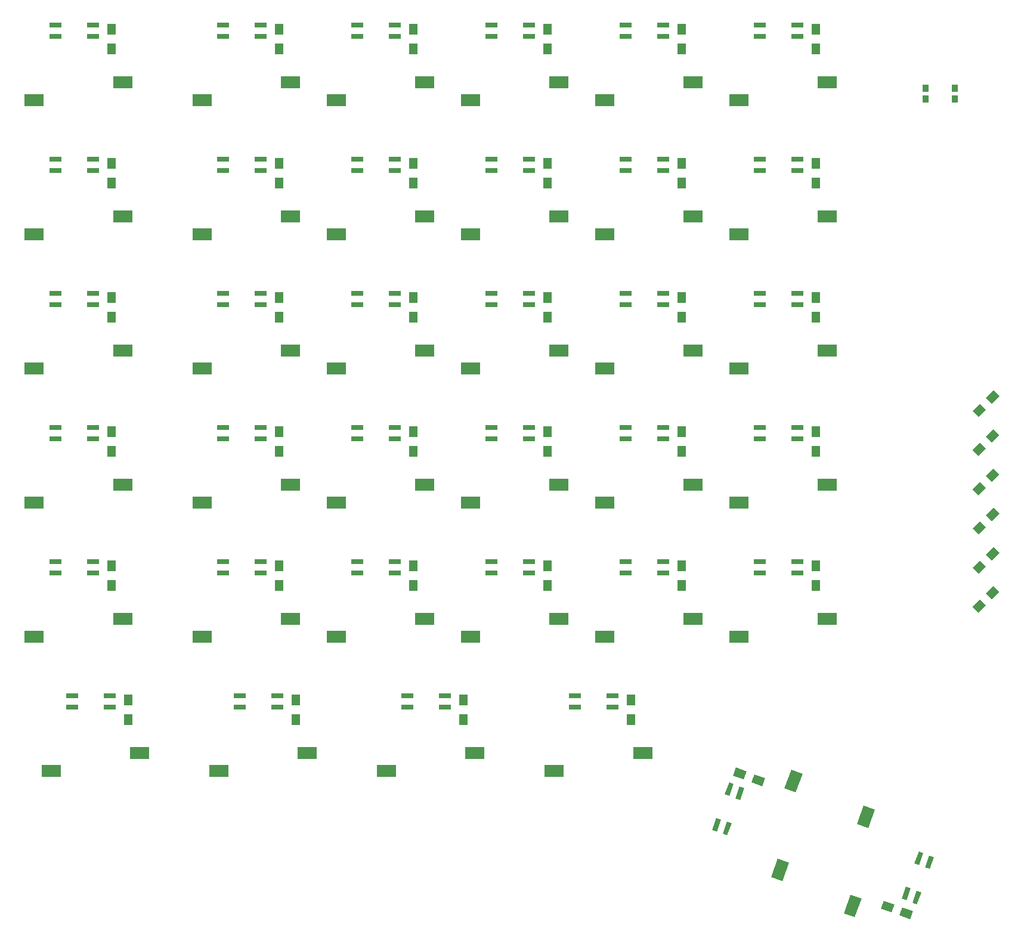
<source format=gbr>
G04 #@! TF.GenerationSoftware,KiCad,Pcbnew,(5.1.6)-1*
G04 #@! TF.CreationDate,2020-09-20T11:30:11-07:00*
G04 #@! TF.ProjectId,ortho_half,6f727468-6f5f-4686-916c-662e6b696361,rev?*
G04 #@! TF.SameCoordinates,Original*
G04 #@! TF.FileFunction,Paste,Bot*
G04 #@! TF.FilePolarity,Positive*
%FSLAX46Y46*%
G04 Gerber Fmt 4.6, Leading zero omitted, Abs format (unit mm)*
G04 Created by KiCad (PCBNEW (5.1.6)-1) date 2020-09-20 11:30:11*
%MOMM*%
%LPD*%
G01*
G04 APERTURE LIST*
%ADD10C,0.100000*%
%ADD11R,0.900000X1.000000*%
%ADD12R,1.200000X1.600000*%
%ADD13R,2.800000X1.700000*%
%ADD14R,1.800000X0.700000*%
G04 APERTURE END LIST*
D10*
G36*
X139033126Y-137530312D02*
G01*
X138375341Y-137290898D01*
X138990978Y-135599452D01*
X139648763Y-135838866D01*
X139033126Y-137530312D01*
G37*
G36*
X137208791Y-142542633D02*
G01*
X136551006Y-142303219D01*
X137166643Y-140611773D01*
X137824428Y-140851187D01*
X137208791Y-142542633D01*
G37*
G36*
X140536634Y-138077545D02*
G01*
X139878849Y-137838131D01*
X140494486Y-136146685D01*
X141152271Y-136386099D01*
X140536634Y-138077545D01*
G37*
G36*
X138712299Y-143089865D02*
G01*
X138054514Y-142850451D01*
X138670151Y-141159005D01*
X139327936Y-141398419D01*
X138712299Y-143089865D01*
G37*
G36*
X131816380Y-132271920D02*
G01*
X130218902Y-131690486D01*
X131176558Y-129059346D01*
X132774036Y-129640780D01*
X131816380Y-132271920D01*
G37*
G36*
X129910847Y-144933794D02*
G01*
X128313369Y-144352360D01*
X129271025Y-141721220D01*
X130868503Y-142302654D01*
X129910847Y-144933794D01*
G37*
G36*
X136228421Y-144666504D02*
G01*
X136638845Y-143538873D01*
X138142353Y-144086106D01*
X137731929Y-145213737D01*
X136228421Y-144666504D01*
G37*
G36*
X133597281Y-143708848D02*
G01*
X134007705Y-142581217D01*
X135511213Y-143128450D01*
X135100789Y-144256081D01*
X133597281Y-143708848D01*
G37*
G36*
X111747958Y-131360128D02*
G01*
X112405743Y-131599542D01*
X111790106Y-133290988D01*
X111132321Y-133051574D01*
X111747958Y-131360128D01*
G37*
G36*
X113572293Y-126347807D02*
G01*
X114230078Y-126587221D01*
X113614441Y-128278667D01*
X112956656Y-128039253D01*
X113572293Y-126347807D01*
G37*
G36*
X110244450Y-130812895D02*
G01*
X110902235Y-131052309D01*
X110286598Y-132743755D01*
X109628813Y-132504341D01*
X110244450Y-130812895D01*
G37*
G36*
X112068785Y-125800575D02*
G01*
X112726570Y-126039989D01*
X112110933Y-127731435D01*
X111453148Y-127492021D01*
X112068785Y-125800575D01*
G37*
G36*
X118964704Y-136618520D02*
G01*
X120562182Y-137199954D01*
X119604526Y-139831094D01*
X118007048Y-139249660D01*
X118964704Y-136618520D01*
G37*
G36*
X120870237Y-123956646D02*
G01*
X122467715Y-124538080D01*
X121510059Y-127169220D01*
X119912581Y-126587786D01*
X120870237Y-123956646D01*
G37*
G36*
X114552663Y-124223936D02*
G01*
X114142239Y-125351567D01*
X112638731Y-124804334D01*
X113049155Y-123676703D01*
X114552663Y-124223936D01*
G37*
G36*
X117183803Y-125181592D02*
G01*
X116773379Y-126309223D01*
X115269871Y-125761990D01*
X115680295Y-124634359D01*
X117183803Y-125181592D01*
G37*
D11*
X144061400Y-27165400D03*
X144061400Y-28765400D03*
X139961400Y-27165400D03*
X139961400Y-28765400D03*
D12*
X98166593Y-116907340D03*
X98166593Y-114107340D03*
D13*
X99778500Y-121602500D03*
X87228500Y-124142500D03*
D14*
X95535500Y-113462500D03*
X90201500Y-113462500D03*
X95535500Y-115062500D03*
X90201500Y-115062500D03*
D12*
X74354093Y-116907340D03*
X74354093Y-114107340D03*
D13*
X75966000Y-121602500D03*
X63416000Y-124142500D03*
D14*
X71723000Y-113462500D03*
X66389000Y-113462500D03*
X71723000Y-115062500D03*
X66389000Y-115062500D03*
D12*
X50541593Y-116907340D03*
X50541593Y-114107340D03*
D13*
X52153500Y-121602500D03*
X39603500Y-124142500D03*
D14*
X47910500Y-113462500D03*
X42576500Y-113462500D03*
X47910500Y-115062500D03*
X42576500Y-115062500D03*
D12*
X26729093Y-116907340D03*
X26729093Y-114107340D03*
D13*
X28341000Y-121602500D03*
X15791000Y-124142500D03*
D14*
X24098000Y-113462500D03*
X18764000Y-113462500D03*
X24098000Y-115062500D03*
X18764000Y-115062500D03*
D12*
X124360593Y-97857340D03*
X124360593Y-95057340D03*
D13*
X125972500Y-102552500D03*
X113422500Y-105092500D03*
D14*
X121729500Y-94412500D03*
X116395500Y-94412500D03*
X121729500Y-96012500D03*
X116395500Y-96012500D03*
D12*
X105310593Y-97857340D03*
X105310593Y-95057340D03*
D13*
X106922500Y-102552500D03*
X94372500Y-105092500D03*
D14*
X102679500Y-94412500D03*
X97345500Y-94412500D03*
X102679500Y-96012500D03*
X97345500Y-96012500D03*
D12*
X86260593Y-97857340D03*
X86260593Y-95057340D03*
D13*
X87872500Y-102552500D03*
X75322500Y-105092500D03*
D14*
X83629500Y-94412500D03*
X78295500Y-94412500D03*
X83629500Y-96012500D03*
X78295500Y-96012500D03*
D12*
X67210593Y-97857340D03*
X67210593Y-95057340D03*
D13*
X68822500Y-102552500D03*
X56272500Y-105092500D03*
D14*
X64579500Y-94412500D03*
X59245500Y-94412500D03*
X64579500Y-96012500D03*
X59245500Y-96012500D03*
D12*
X48160593Y-97857340D03*
X48160593Y-95057340D03*
D13*
X49772500Y-102552500D03*
X37222500Y-105092500D03*
D14*
X45529500Y-94412500D03*
X40195500Y-94412500D03*
X45529500Y-96012500D03*
X40195500Y-96012500D03*
X16383500Y-96012500D03*
X21717500Y-96012500D03*
X16383500Y-94412500D03*
X21717500Y-94412500D03*
D13*
X13410500Y-105092500D03*
X25960500Y-102552500D03*
D12*
X24348593Y-95057340D03*
X24348593Y-97857340D03*
X124360593Y-78807340D03*
X124360593Y-76007340D03*
D13*
X125972500Y-83502500D03*
X113422500Y-86042500D03*
D14*
X121729500Y-75362500D03*
X116395500Y-75362500D03*
X121729500Y-76962500D03*
X116395500Y-76962500D03*
D12*
X105310593Y-78807340D03*
X105310593Y-76007340D03*
D13*
X106922500Y-83502500D03*
X94372500Y-86042500D03*
D14*
X102679500Y-75362500D03*
X97345500Y-75362500D03*
X102679500Y-76962500D03*
X97345500Y-76962500D03*
D12*
X86260593Y-78807340D03*
X86260593Y-76007340D03*
D13*
X87872500Y-83502500D03*
X75322500Y-86042500D03*
D14*
X83629500Y-75362500D03*
X78295500Y-75362500D03*
X83629500Y-76962500D03*
X78295500Y-76962500D03*
D12*
X67210593Y-78807340D03*
X67210593Y-76007340D03*
D13*
X68822500Y-83502500D03*
X56272500Y-86042500D03*
D14*
X64579500Y-75362500D03*
X59245500Y-75362500D03*
X64579500Y-76962500D03*
X59245500Y-76962500D03*
D12*
X48160593Y-78807340D03*
X48160593Y-76007340D03*
D13*
X49772500Y-83502500D03*
X37222500Y-86042500D03*
D14*
X45529500Y-75362500D03*
X40195500Y-75362500D03*
X45529500Y-76962500D03*
X40195500Y-76962500D03*
X16383500Y-76962500D03*
X21717500Y-76962500D03*
X16383500Y-75362500D03*
X21717500Y-75362500D03*
D13*
X13410500Y-86042500D03*
X25960500Y-83502500D03*
D12*
X24348593Y-76007340D03*
X24348593Y-78807340D03*
X124360593Y-59757340D03*
X124360593Y-56957340D03*
D13*
X125972500Y-64452500D03*
X113422500Y-66992500D03*
D14*
X121729500Y-56312500D03*
X116395500Y-56312500D03*
X121729500Y-57912500D03*
X116395500Y-57912500D03*
D12*
X105310593Y-59757340D03*
X105310593Y-56957340D03*
D13*
X106922500Y-64452500D03*
X94372500Y-66992500D03*
D14*
X102679500Y-56312500D03*
X97345500Y-56312500D03*
X102679500Y-57912500D03*
X97345500Y-57912500D03*
D12*
X86260593Y-59757340D03*
X86260593Y-56957340D03*
D13*
X87872500Y-64452500D03*
X75322500Y-66992500D03*
D14*
X83629500Y-56312500D03*
X78295500Y-56312500D03*
X83629500Y-57912500D03*
X78295500Y-57912500D03*
D12*
X67210593Y-59757340D03*
X67210593Y-56957340D03*
D13*
X68822500Y-64452500D03*
X56272500Y-66992500D03*
D14*
X64579500Y-56312500D03*
X59245500Y-56312500D03*
X64579500Y-57912500D03*
X59245500Y-57912500D03*
D12*
X48160593Y-59757340D03*
X48160593Y-56957340D03*
D13*
X49772500Y-64452500D03*
X37222500Y-66992500D03*
D14*
X45529500Y-56312500D03*
X40195500Y-56312500D03*
X45529500Y-57912500D03*
X40195500Y-57912500D03*
X16383500Y-57912500D03*
X21717500Y-57912500D03*
X16383500Y-56312500D03*
X21717500Y-56312500D03*
D13*
X13410500Y-66992500D03*
X25960500Y-64452500D03*
D12*
X24348593Y-56957340D03*
X24348593Y-59757340D03*
X124360593Y-40707340D03*
X124360593Y-37907340D03*
D13*
X125972500Y-45402500D03*
X113422500Y-47942500D03*
D14*
X121729500Y-37262500D03*
X116395500Y-37262500D03*
X121729500Y-38862500D03*
X116395500Y-38862500D03*
D12*
X105310593Y-40707340D03*
X105310593Y-37907340D03*
D13*
X106922500Y-45402500D03*
X94372500Y-47942500D03*
D14*
X102679500Y-37262500D03*
X97345500Y-37262500D03*
X102679500Y-38862500D03*
X97345500Y-38862500D03*
D12*
X86260593Y-40707340D03*
X86260593Y-37907340D03*
D13*
X87872500Y-45402500D03*
X75322500Y-47942500D03*
D14*
X83629500Y-37262500D03*
X78295500Y-37262500D03*
X83629500Y-38862500D03*
X78295500Y-38862500D03*
D12*
X67210593Y-40707340D03*
X67210593Y-37907340D03*
D13*
X68822500Y-45402500D03*
X56272500Y-47942500D03*
D14*
X64579500Y-37262500D03*
X59245500Y-37262500D03*
X64579500Y-38862500D03*
X59245500Y-38862500D03*
D12*
X48160593Y-40707340D03*
X48160593Y-37907340D03*
D13*
X49772500Y-45402500D03*
X37222500Y-47942500D03*
D14*
X45529500Y-37262500D03*
X40195500Y-37262500D03*
X45529500Y-38862500D03*
X40195500Y-38862500D03*
X16383500Y-38862500D03*
X21717500Y-38862500D03*
X16383500Y-37262500D03*
X21717500Y-37262500D03*
D13*
X13410500Y-47942500D03*
X25960500Y-45402500D03*
D12*
X24348593Y-37907340D03*
X24348593Y-40707340D03*
X124360593Y-21657340D03*
X124360593Y-18857340D03*
D13*
X125972500Y-26352500D03*
X113422500Y-28892500D03*
D14*
X121729500Y-18212500D03*
X116395500Y-18212500D03*
X121729500Y-19812500D03*
X116395500Y-19812500D03*
D12*
X105310593Y-21657340D03*
X105310593Y-18857340D03*
D13*
X106922500Y-26352500D03*
X94372500Y-28892500D03*
D14*
X102679500Y-18212500D03*
X97345500Y-18212500D03*
X102679500Y-19812500D03*
X97345500Y-19812500D03*
D12*
X86260593Y-21657340D03*
X86260593Y-18857340D03*
D13*
X87872500Y-26352500D03*
X75322500Y-28892500D03*
D14*
X83629500Y-18212500D03*
X78295500Y-18212500D03*
X83629500Y-19812500D03*
X78295500Y-19812500D03*
D12*
X67210593Y-21657340D03*
X67210593Y-18857340D03*
D13*
X68822500Y-26352500D03*
X56272500Y-28892500D03*
D14*
X64579500Y-18212500D03*
X59245500Y-18212500D03*
X64579500Y-19812500D03*
X59245500Y-19812500D03*
D12*
X48160593Y-21657340D03*
X48160593Y-18857340D03*
D13*
X49772500Y-26352500D03*
X37222500Y-28892500D03*
D14*
X45529500Y-18212500D03*
X40195500Y-18212500D03*
X45529500Y-19812500D03*
X40195500Y-19812500D03*
X16383500Y-19812500D03*
X21717500Y-19812500D03*
X16383500Y-18212500D03*
X21717500Y-18212500D03*
D13*
X13410500Y-28892500D03*
X25960500Y-26352500D03*
D12*
X24348593Y-18857340D03*
X24348593Y-21657340D03*
D10*
G36*
X149372561Y-77535967D02*
G01*
X148524033Y-76687439D01*
X149584693Y-75626779D01*
X150433221Y-76475307D01*
X149372561Y-77535967D01*
G37*
G36*
X147463373Y-79445155D02*
G01*
X146614845Y-78596627D01*
X147675505Y-77535967D01*
X148524033Y-78384495D01*
X147463373Y-79445155D01*
G37*
G36*
X149387728Y-83108800D02*
G01*
X148539200Y-82260272D01*
X149599860Y-81199612D01*
X150448388Y-82048140D01*
X149387728Y-83108800D01*
G37*
G36*
X147478540Y-85017988D02*
G01*
X146630012Y-84169460D01*
X147690672Y-83108800D01*
X148539200Y-83957328D01*
X147478540Y-85017988D01*
G37*
G36*
X149387728Y-94234000D02*
G01*
X148539200Y-93385472D01*
X149599860Y-92324812D01*
X150448388Y-93173340D01*
X149387728Y-94234000D01*
G37*
G36*
X147478540Y-96143188D02*
G01*
X146630012Y-95294660D01*
X147690672Y-94234000D01*
X148539200Y-95082528D01*
X147478540Y-96143188D01*
G37*
G36*
X147690672Y-71958200D02*
G01*
X148539200Y-72806728D01*
X147478540Y-73867388D01*
X146630012Y-73018860D01*
X147690672Y-71958200D01*
G37*
G36*
X149599860Y-70049012D02*
G01*
X150448388Y-70897540D01*
X149387728Y-71958200D01*
X148539200Y-71109672D01*
X149599860Y-70049012D01*
G37*
G36*
X149387728Y-88646000D02*
G01*
X148539200Y-87797472D01*
X149599860Y-86736812D01*
X150448388Y-87585340D01*
X149387728Y-88646000D01*
G37*
G36*
X147478540Y-90555188D02*
G01*
X146630012Y-89706660D01*
X147690672Y-88646000D01*
X148539200Y-89494528D01*
X147478540Y-90555188D01*
G37*
G36*
X147675505Y-99786367D02*
G01*
X148524033Y-100634895D01*
X147463373Y-101695555D01*
X146614845Y-100847027D01*
X147675505Y-99786367D01*
G37*
G36*
X149584693Y-97877179D02*
G01*
X150433221Y-98725707D01*
X149372561Y-99786367D01*
X148524033Y-98937839D01*
X149584693Y-97877179D01*
G37*
M02*

</source>
